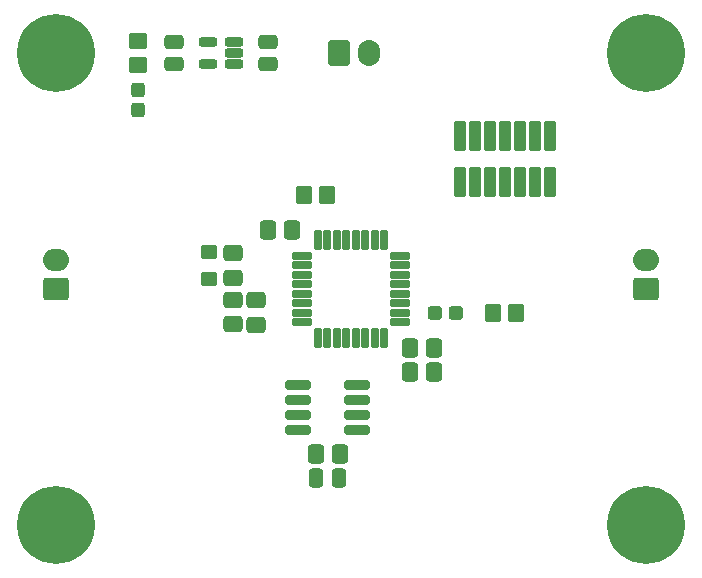
<source format=gbr>
%TF.GenerationSoftware,KiCad,Pcbnew,7.0.10-7.0.10~ubuntu22.04.1*%
%TF.CreationDate,2024-02-29T14:22:19+01:00*%
%TF.ProjectId,tp_micro_tetar_darriet,74705f6d-6963-4726-9f5f-74657461725f,rev?*%
%TF.SameCoordinates,Original*%
%TF.FileFunction,Soldermask,Top*%
%TF.FilePolarity,Negative*%
%FSLAX46Y46*%
G04 Gerber Fmt 4.6, Leading zero omitted, Abs format (unit mm)*
G04 Created by KiCad (PCBNEW 7.0.10-7.0.10~ubuntu22.04.1) date 2024-02-29 14:22:19*
%MOMM*%
%LPD*%
G01*
G04 APERTURE LIST*
G04 Aperture macros list*
%AMRoundRect*
0 Rectangle with rounded corners*
0 $1 Rounding radius*
0 $2 $3 $4 $5 $6 $7 $8 $9 X,Y pos of 4 corners*
0 Add a 4 corners polygon primitive as box body*
4,1,4,$2,$3,$4,$5,$6,$7,$8,$9,$2,$3,0*
0 Add four circle primitives for the rounded corners*
1,1,$1+$1,$2,$3*
1,1,$1+$1,$4,$5*
1,1,$1+$1,$6,$7*
1,1,$1+$1,$8,$9*
0 Add four rect primitives between the rounded corners*
20,1,$1+$1,$2,$3,$4,$5,0*
20,1,$1+$1,$4,$5,$6,$7,0*
20,1,$1+$1,$6,$7,$8,$9,0*
20,1,$1+$1,$8,$9,$2,$3,0*%
G04 Aperture macros list end*
%ADD10RoundRect,0.297619X-0.402381X0.327381X-0.402381X-0.327381X0.402381X-0.327381X0.402381X0.327381X0*%
%ADD11RoundRect,0.300000X0.300000X0.525000X-0.300000X0.525000X-0.300000X-0.525000X0.300000X-0.525000X0*%
%ADD12RoundRect,0.292553X0.394947X0.532447X-0.394947X0.532447X-0.394947X-0.532447X0.394947X-0.532447X0*%
%ADD13RoundRect,0.300000X0.525000X-0.300000X0.525000X0.300000X-0.525000X0.300000X-0.525000X-0.300000X0*%
%ADD14RoundRect,0.200000X0.562500X0.200000X-0.562500X0.200000X-0.562500X-0.200000X0.562500X-0.200000X0*%
%ADD15RoundRect,0.100000X-0.370000X1.200000X-0.370000X-1.200000X0.370000X-1.200000X0.370000X1.200000X0*%
%ADD16RoundRect,0.287500X-0.287500X0.337500X-0.287500X-0.337500X0.287500X-0.337500X0.287500X0.337500X0*%
%ADD17C,6.600000*%
%ADD18RoundRect,0.287500X0.337500X0.287500X-0.337500X0.287500X-0.337500X-0.287500X0.337500X-0.287500X0*%
%ADD19RoundRect,0.279412X0.820588X-0.670588X0.820588X0.670588X-0.820588X0.670588X-0.820588X-0.670588X0*%
%ADD20O,2.200000X1.900000*%
%ADD21RoundRect,0.291667X0.408333X0.508333X-0.408333X0.508333X-0.408333X-0.508333X0.408333X-0.508333X0*%
%ADD22RoundRect,0.291667X-0.408333X-0.508333X0.408333X-0.508333X0.408333X0.508333X-0.408333X0.508333X0*%
%ADD23RoundRect,0.291667X0.508333X-0.408333X0.508333X0.408333X-0.508333X0.408333X-0.508333X-0.408333X0*%
%ADD24RoundRect,0.175000X-0.675000X-0.175000X0.675000X-0.175000X0.675000X0.175000X-0.675000X0.175000X0*%
%ADD25RoundRect,0.175000X-0.175000X-0.675000X0.175000X-0.675000X0.175000X0.675000X-0.175000X0.675000X0*%
%ADD26RoundRect,0.200000X0.875000X0.200000X-0.875000X0.200000X-0.875000X-0.200000X0.875000X-0.200000X0*%
%ADD27RoundRect,0.292553X-0.394947X-0.532447X0.394947X-0.532447X0.394947X0.532447X-0.394947X0.532447X0*%
%ADD28RoundRect,0.292553X0.532447X-0.394947X0.532447X0.394947X-0.532447X0.394947X-0.532447X-0.394947X0*%
%ADD29RoundRect,0.292553X-0.532447X0.394947X-0.532447X-0.394947X0.532447X-0.394947X0.532447X0.394947X0*%
%ADD30RoundRect,0.279412X-0.670588X-0.820588X0.670588X-0.820588X0.670588X0.820588X-0.670588X0.820588X0*%
%ADD31O,1.900000X2.200000*%
G04 APERTURE END LIST*
D10*
%TO.C,L1*%
X63000000Y-66850000D03*
X63000000Y-69150000D03*
%TD*%
D11*
%TO.C,C10*%
X73950000Y-86000000D03*
X72050000Y-86000000D03*
%TD*%
D12*
%TO.C,C5*%
X82037500Y-75000000D03*
X79962500Y-75000000D03*
%TD*%
D13*
%TO.C,C1*%
X68000000Y-50950000D03*
X68000000Y-49050000D03*
%TD*%
D14*
%TO.C,U1*%
X65137500Y-50950000D03*
X65137500Y-50000000D03*
X65137500Y-49050000D03*
X62862500Y-49050000D03*
X62862500Y-50950000D03*
%TD*%
D15*
%TO.C,J1*%
X91810000Y-57050000D03*
X91810000Y-60950000D03*
X90540000Y-57050000D03*
X90540000Y-60950000D03*
X89270000Y-57050000D03*
X89270000Y-60950000D03*
X88000000Y-57050000D03*
X88000000Y-60950000D03*
X86730000Y-57050000D03*
X86730000Y-60950000D03*
X85460000Y-57050000D03*
X85460000Y-60950000D03*
X84190000Y-57050000D03*
X84190000Y-60950000D03*
%TD*%
D16*
%TO.C,D2*%
X57000000Y-53125000D03*
X57000000Y-54875000D03*
%TD*%
D17*
%TO.C,H2*%
X100000000Y-50000000D03*
%TD*%
D18*
%TO.C,D1*%
X83875000Y-72000000D03*
X82125000Y-72000000D03*
%TD*%
D19*
%TO.C,J2*%
X50000000Y-70000000D03*
D20*
X50000000Y-67500000D03*
%TD*%
D17*
%TO.C,H1*%
X50000000Y-50000000D03*
%TD*%
D21*
%TO.C,R2*%
X73000000Y-62000000D03*
X71000000Y-62000000D03*
%TD*%
D22*
%TO.C,R1*%
X87000000Y-72000000D03*
X89000000Y-72000000D03*
%TD*%
D23*
%TO.C,R3*%
X57000000Y-51000000D03*
X57000000Y-49000000D03*
%TD*%
D24*
%TO.C,U2*%
X70825000Y-67200000D03*
X70825000Y-68000000D03*
X70825000Y-68800000D03*
X70825000Y-69600000D03*
X70825000Y-70400000D03*
X70825000Y-71200000D03*
X70825000Y-72000000D03*
X70825000Y-72800000D03*
D25*
X72200000Y-74175000D03*
X73000000Y-74175000D03*
X73800000Y-74175000D03*
X74600000Y-74175000D03*
X75400000Y-74175000D03*
X76200000Y-74175000D03*
X77000000Y-74175000D03*
X77800000Y-74175000D03*
D24*
X79175000Y-72800000D03*
X79175000Y-72000000D03*
X79175000Y-71200000D03*
X79175000Y-70400000D03*
X79175000Y-69600000D03*
X79175000Y-68800000D03*
X79175000Y-68000000D03*
X79175000Y-67200000D03*
D25*
X77800000Y-65825000D03*
X77000000Y-65825000D03*
X76200000Y-65825000D03*
X75400000Y-65825000D03*
X74600000Y-65825000D03*
X73800000Y-65825000D03*
X73000000Y-65825000D03*
X72200000Y-65825000D03*
%TD*%
D26*
%TO.C,U3*%
X75475000Y-81905000D03*
X75475000Y-80635000D03*
X75475000Y-79365000D03*
X75475000Y-78095000D03*
X70525000Y-78095000D03*
X70525000Y-79365000D03*
X70525000Y-80635000D03*
X70525000Y-81905000D03*
%TD*%
D27*
%TO.C,C4*%
X67962500Y-65000000D03*
X70037500Y-65000000D03*
%TD*%
D19*
%TO.C,J4*%
X100000000Y-70000000D03*
D20*
X100000000Y-67500000D03*
%TD*%
D13*
%TO.C,C6*%
X60000000Y-50950000D03*
X60000000Y-49050000D03*
%TD*%
D28*
%TO.C,C3*%
X65000000Y-69037500D03*
X65000000Y-66962500D03*
%TD*%
D29*
%TO.C,C7*%
X65000000Y-70925000D03*
X65000000Y-73000000D03*
%TD*%
D17*
%TO.C,H4*%
X100000000Y-90000000D03*
%TD*%
D29*
%TO.C,C8*%
X67000000Y-70962500D03*
X67000000Y-73037500D03*
%TD*%
D17*
%TO.C,H3*%
X50000000Y-90000000D03*
%TD*%
D12*
%TO.C,C2*%
X82037500Y-77000000D03*
X79962500Y-77000000D03*
%TD*%
%TO.C,C9*%
X74075000Y-84000000D03*
X72000000Y-84000000D03*
%TD*%
D30*
%TO.C,J3*%
X74000000Y-50000000D03*
D31*
X76500000Y-50000000D03*
%TD*%
M02*

</source>
